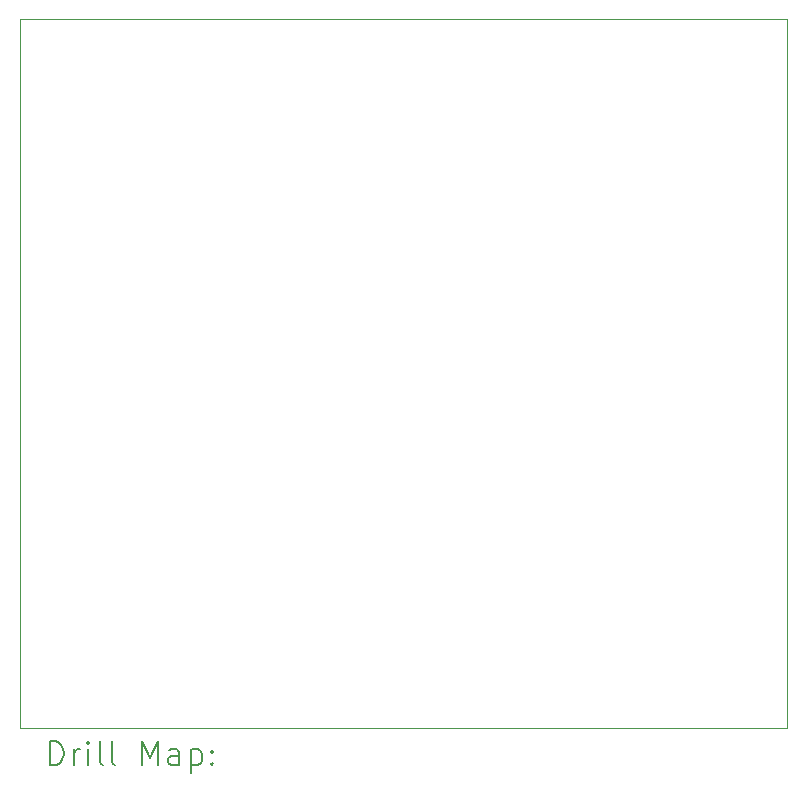
<source format=gbr>
%TF.GenerationSoftware,KiCad,Pcbnew,8.0.6*%
%TF.CreationDate,2024-11-08T15:32:17+11:00*%
%TF.ProjectId,aqua-pi-shield,61717561-2d70-4692-9d73-6869656c642e,rev?*%
%TF.SameCoordinates,Original*%
%TF.FileFunction,Drillmap*%
%TF.FilePolarity,Positive*%
%FSLAX45Y45*%
G04 Gerber Fmt 4.5, Leading zero omitted, Abs format (unit mm)*
G04 Created by KiCad (PCBNEW 8.0.6) date 2024-11-08 15:32:17*
%MOMM*%
%LPD*%
G01*
G04 APERTURE LIST*
%ADD10C,0.050000*%
%ADD11C,0.200000*%
G04 APERTURE END LIST*
D10*
X8400000Y-6750000D02*
X14900000Y-6750000D01*
X14900000Y-12750000D01*
X8400000Y-12750000D01*
X8400000Y-6750000D01*
D11*
X8658277Y-13063984D02*
X8658277Y-12863984D01*
X8658277Y-12863984D02*
X8705896Y-12863984D01*
X8705896Y-12863984D02*
X8734467Y-12873508D01*
X8734467Y-12873508D02*
X8753515Y-12892555D01*
X8753515Y-12892555D02*
X8763039Y-12911603D01*
X8763039Y-12911603D02*
X8772563Y-12949698D01*
X8772563Y-12949698D02*
X8772563Y-12978269D01*
X8772563Y-12978269D02*
X8763039Y-13016365D01*
X8763039Y-13016365D02*
X8753515Y-13035412D01*
X8753515Y-13035412D02*
X8734467Y-13054460D01*
X8734467Y-13054460D02*
X8705896Y-13063984D01*
X8705896Y-13063984D02*
X8658277Y-13063984D01*
X8858277Y-13063984D02*
X8858277Y-12930650D01*
X8858277Y-12968746D02*
X8867801Y-12949698D01*
X8867801Y-12949698D02*
X8877324Y-12940174D01*
X8877324Y-12940174D02*
X8896372Y-12930650D01*
X8896372Y-12930650D02*
X8915420Y-12930650D01*
X8982086Y-13063984D02*
X8982086Y-12930650D01*
X8982086Y-12863984D02*
X8972563Y-12873508D01*
X8972563Y-12873508D02*
X8982086Y-12883031D01*
X8982086Y-12883031D02*
X8991610Y-12873508D01*
X8991610Y-12873508D02*
X8982086Y-12863984D01*
X8982086Y-12863984D02*
X8982086Y-12883031D01*
X9105896Y-13063984D02*
X9086848Y-13054460D01*
X9086848Y-13054460D02*
X9077324Y-13035412D01*
X9077324Y-13035412D02*
X9077324Y-12863984D01*
X9210658Y-13063984D02*
X9191610Y-13054460D01*
X9191610Y-13054460D02*
X9182086Y-13035412D01*
X9182086Y-13035412D02*
X9182086Y-12863984D01*
X9439229Y-13063984D02*
X9439229Y-12863984D01*
X9439229Y-12863984D02*
X9505896Y-13006841D01*
X9505896Y-13006841D02*
X9572563Y-12863984D01*
X9572563Y-12863984D02*
X9572563Y-13063984D01*
X9753515Y-13063984D02*
X9753515Y-12959222D01*
X9753515Y-12959222D02*
X9743991Y-12940174D01*
X9743991Y-12940174D02*
X9724944Y-12930650D01*
X9724944Y-12930650D02*
X9686848Y-12930650D01*
X9686848Y-12930650D02*
X9667801Y-12940174D01*
X9753515Y-13054460D02*
X9734467Y-13063984D01*
X9734467Y-13063984D02*
X9686848Y-13063984D01*
X9686848Y-13063984D02*
X9667801Y-13054460D01*
X9667801Y-13054460D02*
X9658277Y-13035412D01*
X9658277Y-13035412D02*
X9658277Y-13016365D01*
X9658277Y-13016365D02*
X9667801Y-12997317D01*
X9667801Y-12997317D02*
X9686848Y-12987793D01*
X9686848Y-12987793D02*
X9734467Y-12987793D01*
X9734467Y-12987793D02*
X9753515Y-12978269D01*
X9848753Y-12930650D02*
X9848753Y-13130650D01*
X9848753Y-12940174D02*
X9867801Y-12930650D01*
X9867801Y-12930650D02*
X9905896Y-12930650D01*
X9905896Y-12930650D02*
X9924944Y-12940174D01*
X9924944Y-12940174D02*
X9934467Y-12949698D01*
X9934467Y-12949698D02*
X9943991Y-12968746D01*
X9943991Y-12968746D02*
X9943991Y-13025888D01*
X9943991Y-13025888D02*
X9934467Y-13044936D01*
X9934467Y-13044936D02*
X9924944Y-13054460D01*
X9924944Y-13054460D02*
X9905896Y-13063984D01*
X9905896Y-13063984D02*
X9867801Y-13063984D01*
X9867801Y-13063984D02*
X9848753Y-13054460D01*
X10029705Y-13044936D02*
X10039229Y-13054460D01*
X10039229Y-13054460D02*
X10029705Y-13063984D01*
X10029705Y-13063984D02*
X10020182Y-13054460D01*
X10020182Y-13054460D02*
X10029705Y-13044936D01*
X10029705Y-13044936D02*
X10029705Y-13063984D01*
X10029705Y-12940174D02*
X10039229Y-12949698D01*
X10039229Y-12949698D02*
X10029705Y-12959222D01*
X10029705Y-12959222D02*
X10020182Y-12949698D01*
X10020182Y-12949698D02*
X10029705Y-12940174D01*
X10029705Y-12940174D02*
X10029705Y-12959222D01*
M02*

</source>
